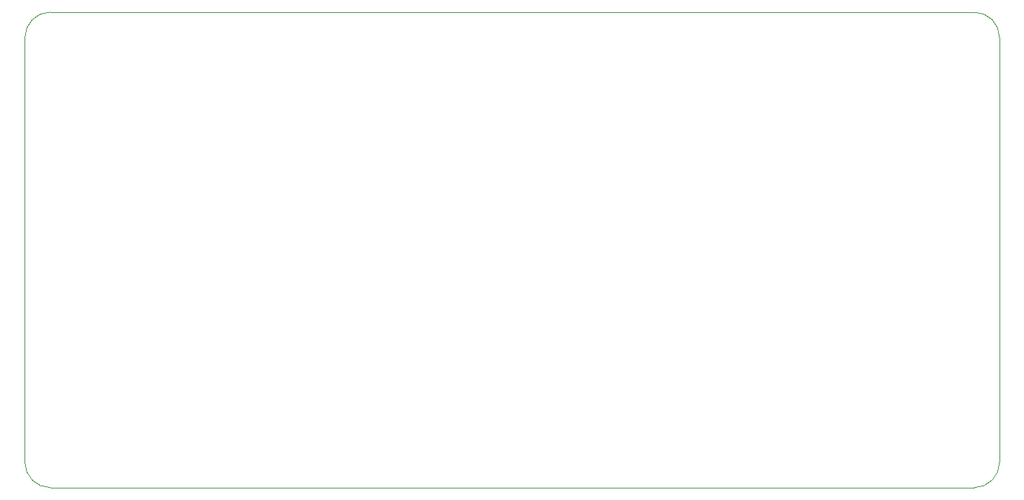
<source format=gm1>
G04 #@! TF.GenerationSoftware,KiCad,Pcbnew,(5.1.5)-3*
G04 #@! TF.CreationDate,2020-02-21T15:06:44+08:00*
G04 #@! TF.ProjectId,Test,54657374-2e6b-4696-9361-645f70636258,rev?*
G04 #@! TF.SameCoordinates,Original*
G04 #@! TF.FileFunction,Profile,NP*
%FSLAX46Y46*%
G04 Gerber Fmt 4.6, Leading zero omitted, Abs format (unit mm)*
G04 Created by KiCad (PCBNEW (5.1.5)-3) date 2020-02-21 15:06:44*
%MOMM*%
%LPD*%
G04 APERTURE LIST*
%ADD10C,0.100000*%
G04 APERTURE END LIST*
D10*
X265000000Y-147000000D02*
X265000000Y-97120000D01*
X153470000Y-94120000D02*
X262000000Y-94120000D01*
X150470000Y-147000000D02*
X150470000Y-97120000D01*
X262000000Y-150000000D02*
X153470000Y-150000000D01*
X265000000Y-97120000D02*
G75*
G03X262000000Y-94120000I-3000000J0D01*
G01*
X262000000Y-150000000D02*
G75*
G03X265000000Y-147000000I0J3000000D01*
G01*
X150470000Y-147000000D02*
G75*
G03X153470000Y-150000000I3000000J0D01*
G01*
X153470000Y-94120000D02*
G75*
G03X150470000Y-97120000I0J-3000000D01*
G01*
M02*

</source>
